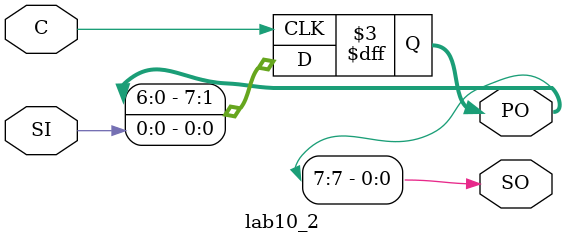
<source format=v>
`timescale 1ns / 1ps
module lab10_2(input C, SI,
output reg [7:0] PO, output SO);
always @(posedge C)
begin
PO <= PO << 1;
PO[0] <= SI;
end
assign SO = PO[7];

endmodule
</source>
